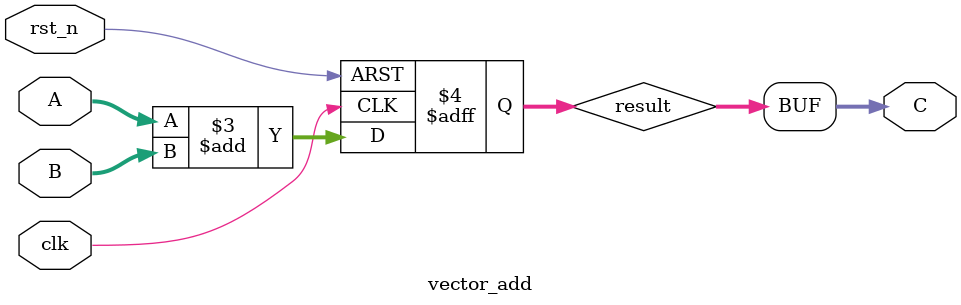
<source format=v>
module vector_add(
  input clk,
  input rst_n,
  input [31:0] A,
  input [31:0] B,
  output [31:0] C
  );

assign C = result ;

reg [31:0] result;
  always @ ( posedge clk or negedge rst_n ) begin
    if(!rst_n) begin
      result <= 32'h0;
    end else begin
      result  <=  A + B;
    end
  end
endmodule

</source>
